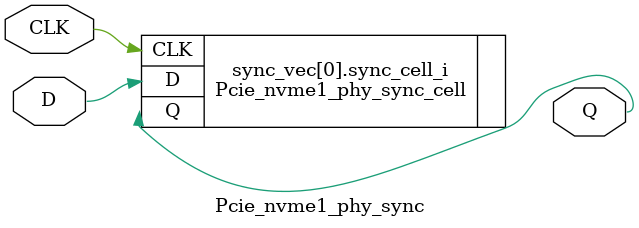
<source format=v>





`timescale 1ps / 1ps



//-------------------------------------------------------------------------------------------------
//  PHY Synchronizer Module
//-------------------------------------------------------------------------------------------------
module Pcie_nvme1_phy_sync #
(
    parameter integer WIDTH = 1, 
    parameter integer STAGE = 2
)
(
    //-------------------------------------------------------------------------- 
    //  Input Ports
    //-------------------------------------------------------------------------- 
    input                               CLK,
    input       [WIDTH-1:0]             D,
    
    //-------------------------------------------------------------------------- 
    //  Output Ports
    //-------------------------------------------------------------------------- 
    output      [WIDTH-1:0]             Q
);                                                        



//--------------------------------------------------------------------------------------------------
//  Generate Synchronizer - Begin
//--------------------------------------------------------------------------------------------------
genvar i;

generate for (i=0; i<WIDTH; i=i+1) 

    begin : sync_vec

    //----------------------------------------------------------------------
    //  Synchronizer
    //----------------------------------------------------------------------
Pcie_nvme1_phy_sync_cell #
    (
        .STAGE                            (STAGE)
    )    
    sync_cell_i
    (
        //------------------------------------------------------------------
        //  Input Ports
        //------------------------------------------------------------------
        .CLK                              (CLK),
        .D                                (D[i]),

        //------------------------------------------------------------------
        //  Output Ports
        //------------------------------------------------------------------
        .Q                                (Q[i])
    );
 
    end   
      
endgenerate 
//--------------------------------------------------------------------------------------------------
//  Generate - End
//--------------------------------------------------------------------------------------------------



endmodule





</source>
